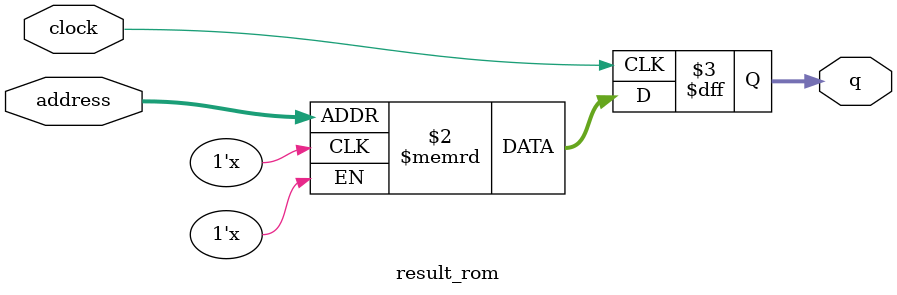
<source format=sv>
module result_rom (
	input logic clock,
	input logic [12:0] address,
	output logic [3:0] q
);

logic [3:0] memory [0:7999] /* synthesis ram_init_file = "./result/result.mif" */;

always_ff @ (posedge clock) begin
	q <= memory[address];
end

endmodule

</source>
